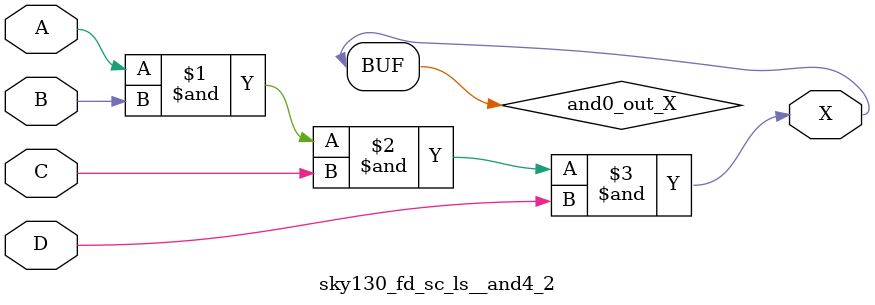
<source format=v>
/*
 * Copyright 2020 The SkyWater PDK Authors
 *
 * Licensed under the Apache License, Version 2.0 (the "License");
 * you may not use this file except in compliance with the License.
 * You may obtain a copy of the License at
 *
 *     https://www.apache.org/licenses/LICENSE-2.0
 *
 * Unless required by applicable law or agreed to in writing, software
 * distributed under the License is distributed on an "AS IS" BASIS,
 * WITHOUT WARRANTIES OR CONDITIONS OF ANY KIND, either express or implied.
 * See the License for the specific language governing permissions and
 * limitations under the License.
 *
 * SPDX-License-Identifier: Apache-2.0
*/


`ifndef SKY130_FD_SC_LS__AND4_2_FUNCTIONAL_V
`define SKY130_FD_SC_LS__AND4_2_FUNCTIONAL_V

/**
 * and4: 4-input AND.
 *
 * Verilog simulation functional model.
 */

`timescale 1ns / 1ps
`default_nettype none

`celldefine
module sky130_fd_sc_ls__and4_2 (
    X,
    A,
    B,
    C,
    D
);

    // Module ports
    output X;
    input  A;
    input  B;
    input  C;
    input  D;

    // Local signals
    wire and0_out_X;

    //  Name  Output      Other arguments
    and and0 (and0_out_X, A, B, C, D     );
    buf buf0 (X         , and0_out_X     );

endmodule
`endcelldefine

`default_nettype wire
`endif  // SKY130_FD_SC_LS__AND4_2_FUNCTIONAL_V

</source>
